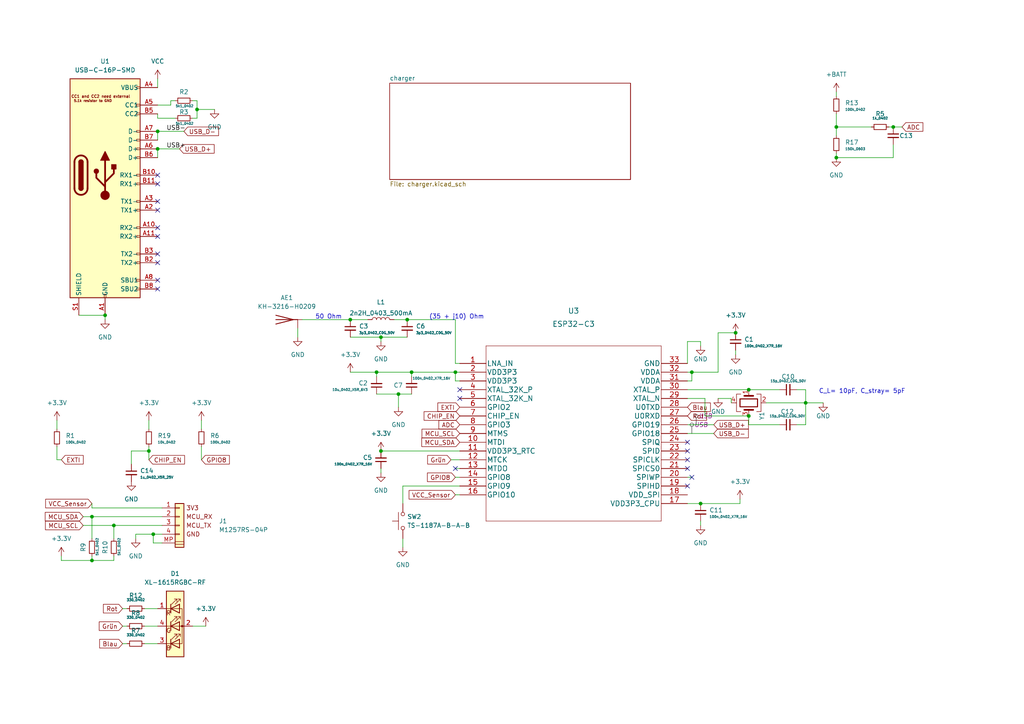
<source format=kicad_sch>
(kicad_sch (version 20231120) (generator "eeschema") (generator_version "8.0")
  (paper "A4")
  (title_block (title "USB-ESP32-C3") (date "2024-07-24") (rev "V3"))
  (lib_symbols
    (symbol "1_switch:TS-1187A-B-A-B" (pin_numbers hide) (pin_names (offset 1.016) hide)
      (property "Reference" "SW" (at 1.27 2.54 0))
      (property "Value" "TS-1187A-B-A-B" (at 0 -3.175 0))
      (symbol "TS-1187A-B-A-B_0_1"
        (pin passive line (at -5.08 0 0) (length 2.54) (name "1") (number "1"))
        (pin passive line (at 5.08 0 180) (length 2.54) (name "2") (number "2"))
      )
    )
    (symbol "DPS_connectors:USB-C-16P-SMD"
      (property "Reference" "U" (at 0 36.83 0))
      (property "Value" "USB-C-16P-SMD" (at 0 34.29 0))
      (symbol "USB-C-16P-SMD_0_0"
        (text " 5.1k resistor to GND" (at -3.81 26.67 0) (effects (font (size 0.7 0.7))))
        (text "CC1 and CC2 need external" (at -1.27 27.94 0) (effects (font (size 0.8 0.8))))
      )
      (symbol "USB-C-16P-SMD_1_1"
        (pin passive line (at 0 -35.56 90) (length 5.08) (name "GND") (number "A1"))
        (pin bidirectional line (at 15.24 -10.16 180) (length 5.08) (name "RX2-") (number "A10"))
        (pin bidirectional line (at 15.24 -12.7 180) (length 5.08) (name "RX2+") (number "A11"))
        (pin passive line (at 0 -35.56 90) (length 5.08) hide (name "GND") (number "A12"))
        (pin bidirectional line (at 15.24 -5.08 180) (length 5.08) (name "TX1+") (number "A2"))
        (pin bidirectional line (at 15.24 -2.54 180) (length 5.08) (name "TX1-") (number "A3"))
        (pin passive line (at 15.24 30.48 180) (length 5.08) (name "VBUS") (number "A4"))
        (pin bidirectional line (at 15.24 25.4 180) (length 5.08) (name "CC1") (number "A5"))
        (pin bidirectional line (at 15.24 12.7 180) (length 5.08) (name "D+") (number "A6"))
        (pin bidirectional line (at 15.24 17.78 180) (length 5.08) (name "D-") (number "A7"))
        (pin bidirectional line (at 15.24 -25.4 180) (length 5.08) (name "SBU1") (number "A8"))
        (pin passive line (at 15.24 30.48 180) (length 5.08) hide (name "VBUS") (number "A9"))
        (pin passive line (at 0 -35.56 90) (length 5.08) hide (name "GND") (number "B1"))
        (pin bidirectional line (at 15.24 5.08 180) (length 5.08) (name "RX1-") (number "B10"))
        (pin bidirectional line (at 15.24 2.54 180) (length 5.08) (name "RX1+") (number "B11"))
        (pin passive line (at 0 -35.56 90) (length 5.08) hide (name "GND") (number "B12"))
        (pin bidirectional line (at 15.24 -20.32 180) (length 5.08) (name "TX2+") (number "B2"))
        (pin bidirectional line (at 15.24 -17.78 180) (length 5.08) (name "TX2-") (number "B3"))
        (pin passive line (at 15.24 30.48 180) (length 5.08) hide (name "VBUS") (number "B4"))
        (pin bidirectional line (at 15.24 22.86 180) (length 5.08) (name "CC2") (number "B5"))
        (pin bidirectional line (at 15.24 10.16 180) (length 5.08) (name "D+") (number "B6"))
        (pin bidirectional line (at 15.24 15.24 180) (length 5.08) (name "D-") (number "B7"))
        (pin bidirectional line (at 15.24 -27.94 180) (length 5.08) (name "SBU2") (number "B8"))
        (pin passive line (at 15.24 30.48 180) (length 5.08) hide (name "VBUS") (number "B9"))
        (pin passive line (at -7.62 -35.56 90) (length 5.08) (name "SHIELD") (number "S1"))
      )
    )
    (symbol "ESP32-C3:ESP32-C3" (pin_names (offset 0.254))
      (property "Reference" "U" (at 33.02 10.16 0))
      (property "Value" "ESP32-C3" (at 33.02 7.62 0))
      (property "Footprint" "ESP32-C3:ESP32-C3" (at 33.02 6.096 0))
      (symbol "ESP32-C3_1_1"
        (pin bidirectional line (at 0 0 0) (length 7.62) (name "LNA_IN") (number "1"))
        (pin bidirectional line (at 0 -22.86 0) (length 7.62) (name "MTDI") (number "10"))
        (pin power_in line (at 0 -25.4 0) (length 7.62) (name "VDD3P3_RTC") (number "11"))
        (pin bidirectional line (at 0 -27.94 0) (length 7.62) (name "MTCK") (number "12"))
        (pin bidirectional line (at 0 -30.48 0) (length 7.62) (name "MTDO") (number "13"))
        (pin bidirectional line (at 0 -33.02 0) (length 7.62) (name "GPIO8") (number "14"))
        (pin bidirectional line (at 0 -35.56 0) (length 7.62) (name "GPIO9") (number "15"))
        (pin bidirectional line (at 0 -38.1 0) (length 7.62) (name "GPIO10") (number "16"))
        (pin power_in line (at 66.04 -40.64 180) (length 7.62) (name "VDD3P3_CPU") (number "17"))
        (pin power_in line (at 66.04 -38.1 180) (length 7.62) (name "VDD_SPI") (number "18"))
        (pin bidirectional line (at 66.04 -35.56 180) (length 7.62) (name "SPIHD") (number "19"))
        (pin power_in line (at 0 -2.54 0) (length 7.62) (name "VDD3P3") (number "2"))
        (pin bidirectional line (at 66.04 -33.02 180) (length 7.62) (name "SPIWP") (number "20"))
        (pin bidirectional line (at 66.04 -30.48 180) (length 7.62) (name "SPICS0") (number "21"))
        (pin bidirectional line (at 66.04 -27.94 180) (length 7.62) (name "SPICLK") (number "22"))
        (pin bidirectional line (at 66.04 -25.4 180) (length 7.62) (name "SPID") (number "23"))
        (pin bidirectional line (at 66.04 -22.86 180) (length 7.62) (name "SPIQ") (number "24"))
        (pin bidirectional line (at 66.04 -20.32 180) (length 7.62) (name "GPIO18") (number "25"))
        (pin bidirectional line (at 66.04 -17.78 180) (length 7.62) (name "GPIO19") (number "26"))
        (pin bidirectional line (at 66.04 -15.24 180) (length 7.62) (name "U0RXD") (number "27"))
        (pin bidirectional line (at 66.04 -12.7 180) (length 7.62) (name "U0TXD") (number "28"))
        (pin output line (at 66.04 -10.16 180) (length 7.62) (name "XTAL_N") (number "29"))
        (pin power_in line (at 0 -5.08 0) (length 7.62) (name "VDD3P3") (number "3"))
        (pin input line (at 66.04 -7.62 180) (length 7.62) (name "XTAL_P") (number "30"))
        (pin power_in line (at 66.04 -5.08 180) (length 7.62) (name "VDDA") (number "31"))
        (pin power_in line (at 66.04 -2.54 180) (length 7.62) (name "VDDA") (number "32"))
        (pin power_in line (at 66.04 0 180) (length 7.62) (name "GND") (number "33"))
        (pin bidirectional line (at 0 -7.62 0) (length 7.62) (name "XTAL_32K_P") (number "4"))
        (pin bidirectional line (at 0 -10.16 0) (length 7.62) (name "XTAL_32K_N") (number "5"))
        (pin bidirectional line (at 0 -12.7 0) (length 7.62) (name "GPIO2") (number "6"))
        (pin input line (at 0 -15.24 0) (length 7.62) (name "CHIP_EN") (number "7"))
        (pin bidirectional line (at 0 -17.78 0) (length 7.62) (name "GPIO3") (number "8"))
        (pin bidirectional line (at 0 -20.32 0) (length 7.62) (name "MTMS") (number "9"))
      )
    )
    (symbol "ESP32-C3_Bib:2n2H_0403_500mA" (pin_numbers hide) (pin_names (offset 1.016) hide)
      (property "Reference" "L" (at -1.27 0 90))
      (property "Value" "2n2H_0403_500mA" (at 1.905 0 90))
      (symbol "2n2H_0403_500mA_1_1"
        (pin passive line (at 0 3.81 270) (length 1.27) (name "1") (number "1"))
        (pin passive line (at 0 -3.81 90) (length 1.27) (name "2") (number "2"))
      )
    )
    (symbol "ESP32-C3_Bib:3p3_0402_C0G_50V" (pin_numbers hide) (pin_names (offset 0.254) hide)
      (property "Reference" "C" (at 0.254 1.778 0))
      (property "Value" "3p3_0402_C0G_50V" (at 0.254 -2.032 0))
      (symbol "3p3_0402_C0G_50V_1_1"
        (pin passive line (at 0 2.54 270) (length 2.032) (name "~") (number "1"))
        (pin passive line (at 0 -2.54 90) (length 2.032) (name "~") (number "2"))
      )
    )
    (symbol "ESP32-C3_Bib:40MHz_S3240000151040" (pin_names (offset 1.016) hide)
      (property "Reference" "Y" (at 3.175 5.08 0))
      (property "Value" "40MHz_S3240000151040" (at 3.175 3.175 0))
      (symbol "40MHz_S3240000151040_1_1"
        (pin bidirectional line (at -3.81 0 0) (length 1.27) (name "OSC1") (number "1"))
        (pin power_in line (at 0 5.08 270) (length 1.27) (name "GND") (number "2"))
        (pin bidirectional line (at 3.81 0 180) (length 1.27) (name "OSC2") (number "3"))
        (pin power_in line (at 0 -5.08 90) (length 1.27) (name "GND") (number "4"))
      )
    )
    (symbol "ESP32-C3_Bib:KH-3216-H0209" (pin_numbers hide) (pin_names (offset 1.016) hide)
      (property "Reference" "AE" (at -1.905 1.905 0))
      (property "Value" "KH-3216-H0209" (at -1.905 0 0))
      (symbol "KH-3216-H0209_0_0"
        (pin power_in line (at 2.54 -3.81 180) (length 2.54) (name "GND") (number "2"))
      )
      (symbol "KH-3216-H0209_1_1"
        (pin input line (at 0 -5.08 90) (length 2.54) (name "A") (number "1"))
      )
    )
    (symbol "Lil-Lib:15p_0402_C0G_50V" (pin_numbers hide) (pin_names (offset 0.254) hide)
      (property "Reference" "C" (at 0.254 1.778 0))
      (property "Value" "15p_0402_C0G_50V" (at 0.254 -2.032 0))
      (symbol "15p_0402_C0G_50V_1_1"
        (pin passive line (at 0 2.54 270) (length 2.032) (name "~") (number "1"))
        (pin passive line (at 0 -2.54 90) (length 2.032) (name "~") (number "2"))
      )
    )
    (symbol "Lil-Lib:DPS_UART_DEST_GH_FLAT" (pin_names (offset 1.016) hide)
      (property "Reference" "J" (at 0 5.08 0))
      (property "Value" "PH1257-WT-04" (at 0 -7.62 0))
      (symbol "DPS_UART_DEST_GH_FLAT_0_0"
        (text "3V3" (at 1.905 2.54 0) (effects (font (size 1.27 1.27)) (justify left)))
        (text "GND" (at 1.905 -5.08 0) (effects (font (size 1.27 1.27)) (justify left)))
        (text "MCU_RX" (at 1.905 0 0) (effects (font (size 1.27 1.27)) (justify left)))
        (text "MCU_TX" (at 1.905 -2.54 0) (effects (font (size 1.27 1.27)) (justify left)))
      )
      (symbol "DPS_UART_DEST_GH_FLAT_1_1"
        (pin passive line (at -5.08 2.54 0) (length 3.81) (name "Pin_1") (number "1"))
        (pin passive line (at -5.08 0 0) (length 3.81) (name "Pin_2") (number "2"))
        (pin passive line (at -5.08 -2.54 0) (length 3.81) (name "Pin_3") (number "3"))
        (pin passive line (at -5.08 -5.08 0) (length 3.81) (name "Pin_4") (number "4"))
        (pin passive line (at -5.08 -7.62 0) (length 3.81) (name "MP") (number "MP"))
      )
    )
    (symbol "capacitor_smd_standard:100n_0402_X7R_16V" (pin_numbers hide) (pin_names (offset 0.254) hide)
      (property "Reference" "C" (at 0.254 1.778 0))
      (property "Value" "100n_0402_X7R_16V" (at 0.254 -2.032 0))
      (symbol "100n_0402_X7R_16V_1_1"
        (pin passive line (at 0 2.54 270) (length 2.032) (name "~") (number "1"))
        (pin passive line (at 0 -2.54 90) (length 2.032) (name "~") (number "2"))
      )
    )
    (symbol "capacitor_smd_standard:10u_0402_X5R_6V3" (pin_numbers hide) (pin_names (offset 0.254) hide)
      (property "Reference" "C" (at 0.254 1.778 0))
      (property "Value" "10u_0402_X5R_6V3" (at 0.254 -2.032 0))
      (symbol "10u_0402_X5R_6V3_1_1"
        (pin passive line (at 0 2.54 270) (length 2.032) (name "~") (number "1"))
        (pin passive line (at 0 -2.54 90) (length 2.032) (name "~") (number "2"))
      )
    )
    (symbol "capacitor_smd_standard:1u_0402_X5R_25V" (pin_numbers hide) (pin_names (offset 0.254) hide)
      (property "Reference" "C" (at 0.254 1.778 0))
      (property "Value" "1u_0402_X5R_25V" (at 0.254 -2.032 0))
      (symbol "1u_0402_X5R_25V_1_1"
        (pin passive line (at 0 2.54 270) (length 2.032) (name "~") (number "1"))
        (pin passive line (at 0 -2.54 90) (length 2.032) (name "~") (number "2"))
      )
    )
    (symbol "led:XL-1615RGBC-RF" (pin_names (offset 0) hide)
      (property "Reference" "D" (at 0 12.7 0))
      (property "Value" "XL-1615RGBC-RF" (at 1.27 -11.43 0))
      (symbol "XL-1615RGBC-RF_0_0"
        (text "B" (at -1.905 -6.35 0) (effects (font (size 1.27 1.27))))
        (text "G" (at -1.905 -1.27 0) (effects (font (size 1.27 1.27))))
        (text "R" (at -1.905 3.81 0) (effects (font (size 1.27 1.27))))
      )
      (symbol "XL-1615RGBC-RF_1_1"
        (pin passive line (at -5.08 5.08 0) (length 2.54) (name "RK") (number "1"))
        (pin passive line (at 5.08 0 180) (length 2.54) (name "A") (number "2"))
        (pin passive line (at -5.08 -5.08 0) (length 2.54) (name "BK") (number "3"))
        (pin passive line (at -5.08 0 0) (length 2.54) (name "GK") (number "4"))
      )
    )
    (symbol "power:+3.3V" (power) (pin_names (offset 0))
      (property "Value" "+3.3V" (at 0 3.556 0))
      (symbol "+3.3V_1_1"
        (pin power_in line (at 0 0 90) (length 0) hide (name "+3.3V") (number "1"))
      )
    )
    (symbol "power:+BATT" (power) (pin_names (offset 0))
      (property "Value" "+BATT" (at 0 3.556 0))
      (symbol "+BATT_1_1"
        (pin power_in line (at 0 0 90) (length 0) hide (name "+BATT") (number "1"))
      )
    )
    (symbol "power:GND" (power) (pin_names (offset 0))
      (property "Value" "GND" (at 0 -3.81 0))
      (symbol "GND_1_1"
        (pin power_in line (at 0 0 270) (length 0) hide (name "GND") (number "1"))
      )
    )
    (symbol "power:VCC" (power) (pin_names (offset 0))
      (property "Value" "VCC" (at 0 3.81 0))
      (symbol "VCC_1_1"
        (pin power_in line (at 0 0 90) (length 0) hide (name "VCC") (number "1"))
      )
    )
    (symbol "resistor_smd_standard:100k_0402" (pin_numbers hide) (pin_names (offset 0.254) hide)
      (property "Reference" "R" (at 1.27 1.27 0))
      (property "Value" "100k_0402" (at 1.27 0 0))
      (symbol "100k_0402_1_1"
        (pin passive line (at 0 2.54 270) (length 0.762) (name "~") (number "1"))
        (pin passive line (at 0 -2.54 90) (length 0.762) (name "~") (number "2"))
      )
    )
    (symbol "resistor_smd_standard:10k_0402" (pin_numbers hide) (pin_names (offset 0.254) hide)
      (property "Reference" "R" (at 1.27 1.27 0))
      (property "Value" "10k_0402" (at 1.27 0 0))
      (symbol "10k_0402_1_1"
        (pin passive line (at 0 2.54 270) (length 0.762) (name "~") (number "1"))
        (pin passive line (at 0 -2.54 90) (length 0.762) (name "~") (number "2"))
      )
    )
    (symbol "resistor_smd_standard:150k_0603" (pin_numbers hide) (pin_names (offset 0.254) hide)
      (property "Reference" "R" (at 1.27 1.27 0))
      (property "Value" "150k_0603" (at 1.27 0 0))
      (symbol "150k_0603_1_1"
        (pin passive line (at 0 2.54 270) (length 0.762) (name "~") (number "1"))
        (pin passive line (at 0 -2.54 90) (length 0.762) (name "~") (number "2"))
      )
    )
    (symbol "resistor_smd_standard:1k_0402" (pin_numbers hide) (pin_names (offset 0.254) hide)
      (property "Reference" "R" (at 1.27 1.27 0))
      (property "Value" "1k_0402" (at 1.27 0 0))
      (symbol "1k_0402_1_1"
        (pin passive line (at 0 2.54 270) (length 0.762) (name "~") (number "1"))
        (pin passive line (at 0 -2.54 90) (length 0.762) (name "~") (number "2"))
      )
    )
    (symbol "resistor_smd_standard:330_0402" (pin_numbers hide) (pin_names (offset 0.254) hide)
      (property "Reference" "R" (at 1.27 1.27 0))
      (property "Value" "330_0402" (at 1.27 0 0))
      (symbol "330_0402_1_1"
        (pin passive line (at 0 2.54 270) (length 0.762) (name "~") (number "1"))
        (pin passive line (at 0 -2.54 90) (length 0.762) (name "~") (number "2"))
      )
    )
    (symbol "resistor_smd_standard:5k1_0402" (pin_numbers hide) (pin_names (offset 0.254) hide)
      (property "Reference" "R" (at 1.27 1.27 0))
      (property "Value" "5k1_0402" (at 1.27 0 0))
      (symbol "5k1_0402_1_1"
        (pin passive line (at 0 2.54 270) (length 0.762) (name "~") (number "1"))
        (pin passive line (at 0 -2.54 90) (length 0.762) (name "~") (number "2"))
      )
    )
  )
  (junction (at 217.17 120.65))
  (junction (at 217.17 113.03))
  (junction (at 44.45 154.94))
  (junction (at 118.11 92.71))
  (junction (at 30.48 91.44))
  (junction (at 43.18 130.81))
  (junction (at 45.72 43.18))
  (junction (at 110.49 97.79))
  (junction (at 242.57 36.83))
  (junction (at 33.02 152.4))
  (junction (at 132.08 107.95))
  (junction (at 57.15 31.75))
  (junction (at 213.36 96.52))
  (junction (at 200.66 107.95))
  (junction (at 26.67 149.86))
  (junction (at 109.22 107.95))
  (junction (at 101.6 92.71))
  (junction (at 259.08 36.83))
  (junction (at 110.49 130.81))
  (junction (at 203.2 146.05))
  (junction (at 119.38 107.95))
  (junction (at 233.68 116.84))
  (junction (at 115.57 114.3))
  (junction (at 242.57 45.72))
  (junction (at 26.67 162.56))
  (junction (at 45.72 38.1))
  (no_connect (at 199.39 128.27))
  (no_connect (at 199.39 140.97))
  (no_connect (at 200.66 138.43))
  (no_connect (at 133.35 115.57))
  (no_connect (at 133.35 113.03))
  (no_connect (at 199.39 133.35))
  (no_connect (at 132.08 135.89))
  (no_connect (at 199.39 130.81))
  (no_connect (at 199.39 135.89))
  (no_connect (at 45.72 66.04))
  (no_connect (at 45.72 68.58))
  (no_connect (at 45.72 73.66))
  (no_connect (at 45.72 76.2))
  (no_connect (at 45.72 58.42))
  (no_connect (at 45.72 60.96))
  (no_connect (at 45.72 81.28))
  (no_connect (at 45.72 83.82))
  (no_connect (at 45.72 53.34))
  (no_connect (at 45.72 50.8))
  (wire (pts (xy 199.39 107.95) (xy 200.66 107.95)))
  (wire (pts (xy 212.09 116.84) (xy 212.09 115.57)))
  (wire (pts (xy 58.42 121.92) (xy 58.42 124.46)))
  (wire (pts (xy 207.01 125.73) (xy 199.39 125.73)))
  (wire (pts (xy 242.57 36.83) (xy 252.73 36.83)))
  (wire (pts (xy 259.08 41.91) (xy 259.08 45.72)))
  (wire (pts (xy 22.86 91.44) (xy 30.48 91.44)))
  (wire (pts (xy 33.02 152.4) (xy 46.99 152.4)))
  (wire (pts (xy 57.15 29.21) (xy 57.15 31.75)))
  (wire (pts (xy 132.08 143.51) (xy 133.35 143.51)))
  (wire (pts (xy 41.91 181.61) (xy 45.72 181.61)))
  (wire (pts (xy 17.78 162.56) (xy 26.67 162.56)))
  (wire (pts (xy 231.14 113.03) (xy 233.68 113.03)))
  (wire (pts (xy 115.57 114.3) (xy 119.38 114.3)))
  (wire (pts (xy 132.08 110.49) (xy 133.35 110.49)))
  (wire (pts (xy 58.42 129.54) (xy 58.42 133.35)))
  (wire (pts (xy 204.47 120.65) (xy 217.17 120.65)))
  (wire (pts (xy 16.51 133.35) (xy 16.51 129.54)))
  (wire (pts (xy 242.57 45.72) (xy 259.08 45.72)))
  (wire (pts (xy 17.78 161.29) (xy 17.78 162.56)))
  (wire (pts (xy 116.84 156.21) (xy 116.84 158.75)))
  (wire (pts (xy 132.08 92.71) (xy 132.08 105.41)))
  (wire (pts (xy 101.6 97.79) (xy 110.49 97.79)))
  (wire (pts (xy 86.36 95.25) (xy 86.36 97.79)))
  (wire (pts (xy 204.47 120.65) (xy 204.47 115.57)))
  (wire (pts (xy 26.67 149.86) (xy 26.67 156.21)))
  (wire (pts (xy 110.49 97.79) (xy 118.11 97.79)))
  (wire (pts (xy 33.02 152.4) (xy 33.02 156.21)))
  (wire (pts (xy 43.18 121.92) (xy 43.18 124.46)))
  (wire (pts (xy 132.08 135.89) (xy 133.35 135.89)))
  (wire (pts (xy 57.15 31.75) (xy 62.23 31.75)))
  (wire (pts (xy 132.08 138.43) (xy 133.35 138.43)))
  (wire (pts (xy 208.28 96.52) (xy 213.36 96.52)))
  (wire (pts (xy 132.08 107.95) (xy 119.38 107.95)))
  (wire (pts (xy 24.13 152.4) (xy 33.02 152.4)))
  (wire (pts (xy 101.6 92.71) (xy 106.68 92.71)))
  (wire (pts (xy 26.67 146.05) (xy 26.67 147.32)))
  (wire (pts (xy 199.39 113.03) (xy 217.17 113.03)))
  (wire (pts (xy 57.15 31.75) (xy 57.15 34.29)))
  (wire (pts (xy 43.18 129.54) (xy 43.18 130.81)))
  (wire (pts (xy 114.3 92.71) (xy 118.11 92.71)))
  (wire (pts (xy 35.56 176.53) (xy 36.83 176.53)))
  (wire (pts (xy 110.49 130.81) (xy 133.35 130.81)))
  (wire (pts (xy 101.6 107.95) (xy 109.22 107.95)))
  (wire (pts (xy 199.39 105.41) (xy 199.39 99.06)))
  (wire (pts (xy 50.8 34.29) (xy 45.72 34.29)))
  (wire (pts (xy 204.47 115.57) (xy 199.39 115.57)))
  (wire (pts (xy 199.39 99.06) (xy 203.2 99.06)))
  (wire (pts (xy 213.36 101.6) (xy 213.36 102.87)))
  (wire (pts (xy 199.39 110.49) (xy 200.66 110.49)))
  (wire (pts (xy 45.72 34.29) (xy 45.72 33.02)))
  (wire (pts (xy 207.01 123.19) (xy 199.39 123.19)))
  (wire (pts (xy 45.72 25.4) (xy 45.72 22.86)))
  (wire (pts (xy 43.18 130.81) (xy 43.18 133.35)))
  (wire (pts (xy 231.14 123.19) (xy 233.68 123.19)))
  (wire (pts (xy 38.1 134.62) (xy 38.1 130.81)))
  (wire (pts (xy 45.72 43.18) (xy 45.72 45.72)))
  (wire (pts (xy 35.56 186.69) (xy 36.83 186.69)))
  (wire (pts (xy 44.45 154.94) (xy 46.99 154.94)))
  (wire (pts (xy 212.09 115.57) (xy 208.28 115.57)))
  (wire (pts (xy 217.17 120.65) (xy 217.17 123.19)))
  (wire (pts (xy 16.51 121.92) (xy 16.51 124.46)))
  (wire (pts (xy 233.68 113.03) (xy 233.68 116.84)))
  (wire (pts (xy 217.17 113.03) (xy 226.06 113.03)))
  (wire (pts (xy 87.63 92.71) (xy 101.6 92.71)))
  (wire (pts (xy 46.99 157.48) (xy 44.45 157.48)))
  (wire (pts (xy 214.63 146.05) (xy 203.2 146.05)))
  (wire (pts (xy 203.2 99.06) (xy 203.2 100.33)))
  (wire (pts (xy 110.49 97.79) (xy 110.49 99.06)))
  (wire (pts (xy 242.57 26.67) (xy 242.57 27.94)))
  (wire (pts (xy 39.37 154.94) (xy 44.45 154.94)))
  (wire (pts (xy 133.35 107.95) (xy 132.08 107.95)))
  (wire (pts (xy 109.22 107.95) (xy 109.22 109.22)))
  (wire (pts (xy 116.84 140.97) (xy 116.84 146.05)))
  (wire (pts (xy 55.88 34.29) (xy 57.15 34.29)))
  (wire (pts (xy 109.22 114.3) (xy 115.57 114.3)))
  (wire (pts (xy 109.22 107.95) (xy 119.38 107.95)))
  (wire (pts (xy 45.72 38.1) (xy 53.34 38.1)))
  (wire (pts (xy 24.13 149.86) (xy 26.67 149.86)))
  (wire (pts (xy 110.49 135.89) (xy 110.49 137.16)))
  (wire (pts (xy 26.67 147.32) (xy 46.99 147.32)))
  (wire (pts (xy 38.1 130.81) (xy 43.18 130.81)))
  (wire (pts (xy 39.37 154.94) (xy 39.37 156.21)))
  (wire (pts (xy 26.67 149.86) (xy 46.99 149.86)))
  (wire (pts (xy 119.38 109.22) (xy 119.38 107.95)))
  (wire (pts (xy 233.68 123.19) (xy 233.68 116.84)))
  (wire (pts (xy 242.57 33.02) (xy 242.57 36.83)))
  (wire (pts (xy 203.2 151.13) (xy 203.2 152.4)))
  (wire (pts (xy 115.57 114.3) (xy 115.57 118.11)))
  (wire (pts (xy 118.11 92.71) (xy 132.08 92.71)))
  (wire (pts (xy 242.57 44.45) (xy 242.57 45.72)))
  (wire (pts (xy 33.02 161.29) (xy 33.02 162.56)))
  (wire (pts (xy 41.91 186.69) (xy 45.72 186.69)))
  (wire (pts (xy 33.02 162.56) (xy 26.67 162.56)))
  (wire (pts (xy 49.53 29.21) (xy 50.8 29.21)))
  (wire (pts (xy 132.08 107.95) (xy 132.08 110.49)))
  (wire (pts (xy 214.63 146.05) (xy 214.63 144.78)))
  (wire (pts (xy 233.68 116.84) (xy 238.76 116.84)))
  (wire (pts (xy 259.08 36.83) (xy 261.62 36.83)))
  (wire (pts (xy 45.72 38.1) (xy 45.72 40.64)))
  (wire (pts (xy 44.45 157.48) (xy 44.45 154.94)))
  (wire (pts (xy 55.88 181.61) (xy 59.69 181.61)))
  (wire (pts (xy 55.88 29.21) (xy 57.15 29.21)))
  (wire (pts (xy 257.81 36.83) (xy 259.08 36.83)))
  (wire (pts (xy 45.72 43.18) (xy 52.07 43.18)))
  (wire (pts (xy 16.51 133.35) (xy 17.78 133.35)))
  (wire (pts (xy 130.81 133.35) (xy 133.35 133.35)))
  (wire (pts (xy 45.72 30.48) (xy 49.53 30.48)))
  (wire (pts (xy 49.53 30.48) (xy 49.53 29.21)))
  (wire (pts (xy 200.66 110.49) (xy 200.66 107.95)))
  (wire (pts (xy 116.84 140.97) (xy 133.35 140.97)))
  (wire (pts (xy 132.08 105.41) (xy 133.35 105.41)))
  (wire (pts (xy 35.56 181.61) (xy 36.83 181.61)))
  (wire (pts (xy 41.91 176.53) (xy 45.72 176.53)))
  (wire (pts (xy 26.67 161.29) (xy 26.67 162.56)))
  (wire (pts (xy 222.25 116.84) (xy 233.68 116.84)))
  (wire (pts (xy 200.66 138.43) (xy 199.39 138.43)))
  (wire (pts (xy 208.28 107.95) (xy 208.28 96.52)))
  (wire (pts (xy 242.57 36.83) (xy 242.57 39.37)))
  (wire (pts (xy 200.66 107.95) (xy 208.28 107.95)))
  (wire (pts (xy 30.48 91.44) (xy 30.48 92.71)))
  (wire (pts (xy 199.39 146.05) (xy 203.2 146.05)))
  (wire (pts (xy 217.17 123.19) (xy 226.06 123.19)))
  (text "50 Ohm\n" (at 91.44 92.71 0) (effects (font (size 1.27 1.27)) (justify left bottom)))
  (text "(35 + j10) Ohm" (at 124.46 92.71 0) (effects (font (size 1.27 1.27)) (justify left bottom)))
  (text "C_L= 10pF, C_stray= 5pF" (at 237.49 114.3 0) (effects (font (size 1.27 1.27)) (justify left bottom)))
  (label "USB-" (at 48.26 38.1 0))
  (label "USB+" (at 48.26 43.18 0))
  (global_label "Grün" (shape input) (at 35.56 181.61 180) (property "Intersheetrefs" "${INTERSHEET_REFS}" (effects (hide yes))))
  (global_label "MCU_SCL" (shape input) (at 24.13 152.4 180) (property "Intersheetrefs" "${INTERSHEET_REFS}" (effects (hide yes))))
  (global_label "GPIO8" (shape input) (at 132.08 138.43 180) (property "Intersheetrefs" "${INTERSHEET_REFS}" (effects (hide yes))))
  (global_label "VCC_Sensor" (shape input) (at 132.08 143.51 180) (property "Intersheetrefs" "${INTERSHEET_REFS}" (effects (hide yes))))
  (global_label "MCU_SCL" (shape input) (at 133.35 125.73 180) (property "Intersheetrefs" "${INTERSHEET_REFS}" (effects (hide yes))))
  (global_label "Rot" (shape input) (at 199.39 120.65 0) (property "Intersheetrefs" "${INTERSHEET_REFS}" (effects (hide yes))))
  (global_label "Rot" (shape input) (at 35.56 176.53 180) (property "Intersheetrefs" "${INTERSHEET_REFS}" (effects (hide yes))))
  (global_label "USB_D-" (shape input) (at 53.34 38.1 0) (property "Intersheetrefs" "${INTERSHEET_REFS}" (effects (hide yes))))
  (global_label "USB_D-" (shape input) (at 207.01 125.73 0) (property "Intersheetrefs" "${INTERSHEET_REFS}" (effects (hide yes))))
  (global_label "GPIO8" (shape input) (at 58.42 133.35 0) (property "Intersheetrefs" "${INTERSHEET_REFS}" (effects (hide yes))))
  (global_label "EXTI" (shape input) (at 17.78 133.35 0) (property "Intersheetrefs" "${INTERSHEET_REFS}" (effects (hide yes))))
  (global_label "EXTI" (shape input) (at 133.35 118.11 180) (property "Intersheetrefs" "${INTERSHEET_REFS}" (effects (hide yes))))
  (global_label "Grün" (shape input) (at 130.81 133.35 180) (property "Intersheetrefs" "${INTERSHEET_REFS}" (effects (hide yes))))
  (global_label "USB_D+" (shape input) (at 52.07 43.18 0) (property "Intersheetrefs" "${INTERSHEET_REFS}" (effects (hide yes))))
  (global_label "VCC_Sensor" (shape input) (at 26.67 146.05 180) (property "Intersheetrefs" "${INTERSHEET_REFS}" (effects (hide yes))))
  (global_label "ADC" (shape input) (at 133.35 123.19 180) (property "Intersheetrefs" "${INTERSHEET_REFS}" (effects (hide yes))))
  (global_label "MCU_SDA" (shape input) (at 133.35 128.27 180) (property "Intersheetrefs" "${INTERSHEET_REFS}" (effects (hide yes))))
  (global_label "USB_D+" (shape input) (at 207.01 123.19 0) (property "Intersheetrefs" "${INTERSHEET_REFS}" (effects (hide yes))))
  (global_label "Blau" (shape input) (at 35.56 186.69 180) (property "Intersheetrefs" "${INTERSHEET_REFS}" (effects (hide yes))))
  (global_label "MCU_SDA" (shape input) (at 24.13 149.86 180) (property "Intersheetrefs" "${INTERSHEET_REFS}" (effects (hide yes))))
  (global_label "ADC" (shape input) (at 261.62 36.83 0) (property "Intersheetrefs" "${INTERSHEET_REFS}" (effects (hide yes))))
  (global_label "CHIP_EN" (shape input) (at 133.35 120.65 180) (property "Intersheetrefs" "${INTERSHEET_REFS}" (effects (hide yes))))
  (global_label "CHIP_EN" (shape input) (at 43.18 133.35 0) (property "Intersheetrefs" "${INTERSHEET_REFS}" (effects (hide yes))))
  (global_label "Blau" (shape input) (at 199.39 118.11 0) (property "Intersheetrefs" "${INTERSHEET_REFS}" (effects (hide yes))))
  (netclass_flag "" (length 2.54) (shape round) (at 201.93 123.19 0) (property "Netclass" "USB" (at 202.6285 120.65 0) (effects (font (italic yes)) (justify left))))
  (netclass_flag "" (length 2.54) (shape round) (at 200.66 125.73 0) (property "Netclass" "USB" (at 201.3585 123.19 0) (effects (font (italic yes)) (justify left))))
  (symbol (lib_id "power:GND") (at 110.49 137.16 0) (unit 1)
    (property "Reference" "#PWR09" (effects (hide yes)))
    (property "Value" "GND" (at 110.49 142.24 0))
  )
  (symbol (lib_id "power:+3.3V") (at 213.36 96.52 0) (unit 1)
    (property "Reference" "#PWR033" (effects (hide yes)))
    (property "Value" "+3.3V" (at 213.36 91.44 0))
  )
  (symbol (lib_id "power:GND") (at 242.57 45.72 0) (unit 1)
    (property "Reference" "#PWR010" (effects (hide yes)))
    (property "Value" "GND" (at 242.57 50.8 0))
  )
  (symbol (lib_id "resistor_smd_standard:5k1_0402") (at 26.67 158.75 180) (unit 1)
    (property "Reference" "R9" (at 24.13 158.75 90))
    (property "Value" "5k1_0402" (at 28.194 155.956 90) (effects (font (size 0.7 0.7)) (justify left)))
    (property "Footprint" "Resistor_SMD:R_0402_1005Metric" (effects (hide yes)))
    (property "Datasheet" "https://datasheet.lcsc.com/lcsc/2110260030_UNI-ROYAL-Uniroyal-Elec-0402WGF5101TCE_C25905.pdf" (effects (hide yes)))
    (property "Description" "±1% 1/16W Thick Film Resistors 50V ±100ppm/℃ -55℃~+155℃ 5.1kΩ 0402 Chip Resistor - Surface Mount ROHS" (effects (hide yes)))
    (property "LCSC" "C25905" (effects (hide yes)))
    (property "Tollerance" "1%" (effects (hide yes)))
    (property "Voltage" "50V" (effects (hide yes)))
  )
  (symbol (lib_id "capacitor_smd_standard:10u_0402_X5R_6V3") (at 109.22 111.76 0) (mirror x) (unit 1)
    (property "Reference" "C2" (at 106.68 111.1186 0) (effects (justify right)))
    (property "Value" "10u_0402_X5R_6V3" (at 106.68 113.0236 0) (effects (font (size 0.7 0.7)) (justify right)))
    (property "Footprint" "Capacitor_SMD:C_0402_1005Metric" (effects (hide yes)))
    (property "Datasheet" "https://datasheet.lcsc.com/lcsc/1810191215_Samsung-Electro-Mechanics-CL05A106MQ5NUNC_C15525.pdf" (effects (hide yes)))
    (property "LCSC" "C15525" (effects (hide yes)))
    (property "Price1000" "0.0027" (effects (hide yes)))
  )
  (symbol (lib_id "resistor_smd_standard:1k_0402") (at 255.27 36.83 90) (unit 1)
    (property "Reference" "R5" (at 255.27 33.02 90))
    (property "Value" "1k_0402" (at 255.27 34.29 90) (effects (font (size 0.7 0.7))))
    (property "Footprint" "Resistor_SMD:R_0402_1005Metric" (effects (hide yes)))
    (property "Datasheet" "https://datasheet.lcsc.com/lcsc/2206010216_UNI-ROYAL-Uniroyal-Elec-0402WGF1001TCE_C11702.pdf" (effects (hide yes)))
    (property "Description" "62.5mW Thick Film Resistors 50V ±100ppm/℃ ±1% -55℃~+155℃ 1kΩ 0402  Chip Resistor - Surface Mount ROHS" (effects (hide yes)))
    (property "LCSC" "C11702" (effects (hide yes)))
    (property "Tollerance" "1%" (effects (hide yes)))
    (property "Voltage" "50V" (effects (hide yes)))
    (property "Price1000" "0.0003" (effects (hide yes)))
  )
  (symbol (lib_id "resistor_smd_standard:150k_0603") (at 242.57 41.91 0) (unit 1)
    (property "Reference" "R17" (at 245.11 41.2749 0) (effects (justify left)))
    (property "Value" "150k_0603" (at 245.11 43.18 0) (effects (font (size 0.7 0.7)) (justify left)))
    (property "Footprint" "Resistor_SMD:R_0603_1608Metric" (effects (hide yes)))
    (property "Datasheet" "https://datasheet.lcsc.com/lcsc/2206010130_UNI-ROYAL-Uniroyal-Elec-0603WAF1503T5E_C22807.pdf" (effects (hide yes)))
    (property "Description" "100mW Thick Film Resistors 75V ±100ppm/℃ ±1% -55℃~+155℃ 150kΩ 0603  Chip Resistor - Surface Mount ROHS" (effects (hide yes)))
    (property "LCSC" "C22807" (effects (hide yes)))
    (property "Price1000" "0.0008" (effects (hide yes)))
    (property "QtyReel" "5000" (effects (hide yes)))
  )
  (symbol (lib_id "power:+3.3V") (at 59.69 181.61 0) (unit 1)
    (property "Reference" "#PWR011" (effects (hide yes)))
    (property "Value" "+3.3V" (at 59.69 176.53 0))
  )
  (symbol (lib_id "power:GND") (at 116.84 158.75 0) (unit 1)
    (property "Reference" "#PWR012" (effects (hide yes)))
    (property "Value" "GND" (at 116.84 163.83 0))
  )
  (symbol (lib_id "resistor_smd_standard:330_0402") (at 39.37 176.53 90) (unit 1)
    (property "Reference" "R12" (at 39.37 172.72 90))
    (property "Value" "330_0402" (at 39.37 173.99 90) (effects (font (size 0.7 0.7))))
    (property "Footprint" "Resistor_SMD:R_0402_1005Metric" (effects (hide yes)))
    (property "Datasheet" "https://datasheet.lcsc.com/lcsc/2110260030_UNI-ROYAL-Uniroyal-Elec-0402WGF5101TCE_C25905.pdf" (effects (hide yes)))
    (property "Description" "±1% 1/16W Thick Film Resistors 50V ±100ppm/℃ -55℃~+155℃ 330Ω 0402 Chip Resistor - Surface Mount ROHS" (effects (hide yes)))
    (property "LCSC" "C25104" (effects (hide yes)))
    (property "Tollerance" "1%" (effects (hide yes)))
    (property "Voltage" "50V" (effects (hide yes)))
  )
  (symbol (lib_id "power:+3.3V") (at 101.6 107.95 0) (unit 1)
    (property "Reference" "#PWR017" (effects (hide yes)))
    (property "Value" "+3.3V" (at 101.6 102.87 0))
  )
  (symbol (lib_id "power:GND") (at 213.36 102.87 0) (unit 1)
    (property "Reference" "#PWR024" (effects (hide yes)))
    (property "Value" "GND" (at 213.36 107.95 0))
  )
  (symbol (lib_id "ESP32-C3_Bib:2n2H_0403_500mA") (at 110.49 92.71 90) (unit 1)
    (property "Reference" "L1" (at 110.49 87.63 90))
    (property "Value" "2n2H_0403_500mA" (at 110.49 90.805 90))
    (property "Footprint" "Resistor_SMD:R_0402_1005Metric" (effects (hide yes)))
    (property "Datasheet" "https://datasheet.lcsc.com/lcsc/1809051312_TDK-MLK1005S2N2ST000_C76790.pdf" (effects (hide yes)))
    (property "LCSC" "C76790" (effects (hide yes)))
  )
  (symbol (lib_id "power:GND") (at 203.2 152.4 0) (unit 1)
    (property "Reference" "#PWR022" (effects (hide yes)))
    (property "Value" "GND" (at 203.2 157.48 0))
  )
  (symbol (lib_id "power:+3.3V") (at 17.78 161.29 0) (unit 1)
    (property "Reference" "#PWR018" (effects (hide yes)))
    (property "Value" "+3.3V" (at 17.78 156.21 0))
  )
  (symbol (lib_id "power:+3.3V") (at 110.49 130.81 0) (unit 1)
    (property "Reference" "#PWR029" (effects (hide yes)))
    (property "Value" "+3.3V" (at 110.49 125.73 0))
  )
  (symbol (lib_id "resistor_smd_standard:5k1_0402") (at 53.34 34.29 90) (unit 1)
    (property "Reference" "R3" (at 53.34 32.512 90))
    (property "Value" "5k1_0402" (at 56.134 35.814 90) (effects (font (size 0.7 0.7)) (justify left)))
    (property "Footprint" "Resistor_SMD:R_0402_1005Metric" (effects (hide yes)))
    (property "Datasheet" "https://datasheet.lcsc.com/lcsc/2110260030_UNI-ROYAL-Uniroyal-Elec-0402WGF5101TCE_C25905.pdf" (effects (hide yes)))
    (property "Description" "±1% 1/16W Thick Film Resistors 50V ±100ppm/℃ -55℃~+155℃ 5.1kΩ 0402 Chip Resistor - Surface Mount ROHS" (effects (hide yes)))
    (property "LCSC" "C25905" (effects (hide yes)))
    (property "Tollerance" "1%" (effects (hide yes)))
    (property "Voltage" "50V" (effects (hide yes)))
  )
  (symbol (lib_id "capacitor_smd_standard:100n_0402_X7R_16V") (at 213.36 99.06 0) (unit 1)
    (property "Reference" "C1" (at 215.9 98.4313 0) (effects (justify left)))
    (property "Value" "100n_0402_X7R_16V" (at 215.9 100.3363 0) (effects (font (size 0.7 0.7)) (justify left)))
    (property "Footprint" "Capacitor_SMD:C_0402_1005Metric" (effects (hide yes)))
    (property "Datasheet" "https://datasheet.lcsc.com/lcsc/1810191219_Samsung-Electro-Mechanics-CL05B104KO5NNNC_C1525.pdf" (effects (hide yes)))
    (property "LCSC" "C1525" (effects (hide yes)))
    (property "Price1000" "0.0006" (effects (hide yes)))
    (property "QtyReel" "10000" (effects (hide yes)))
  )
  (symbol (lib_id "power:VCC") (at 45.72 22.86 0) (unit 1)
    (property "Reference" "#PWR02" (effects (hide yes)))
    (property "Value" "VCC" (at 45.72 17.78 0))
  )
  (symbol (lib_id "power:GND") (at 110.49 99.06 0) (unit 1)
    (property "Reference" "#PWR08" (effects (hide yes)))
    (property "Value" "GND" (at 110.49 104.14 0))
  )
  (symbol (lib_id "power:GND") (at 208.28 115.57 0) (unit 1)
    (property "Reference" "#PWR021" (effects (hide yes)))
    (property "Value" "GND" (at 208.28 119.38 0))
  )
  (symbol (lib_id "capacitor_smd_standard:100n_0402_X7R_16V") (at 203.2 148.59 0) (unit 1)
    (property "Reference" "C11" (at 205.74 147.9613 0) (effects (justify left)))
    (property "Value" "100n_0402_X7R_16V" (at 205.74 149.8663 0) (effects (font (size 0.7 0.7)) (justify left)))
    (property "Footprint" "Capacitor_SMD:C_0402_1005Metric" (effects (hide yes)))
    (property "Datasheet" "https://datasheet.lcsc.com/lcsc/1810191219_Samsung-Electro-Mechanics-CL05B104KO5NNNC_C1525.pdf" (effects (hide yes)))
    (property "LCSC" "C1525" (effects (hide yes)))
    (property "Price1000" "0.0006" (effects (hide yes)))
    (property "QtyReel" "10000" (effects (hide yes)))
  )
  (symbol (lib_id "power:+3.3V") (at 214.63 144.78 0) (unit 1)
    (property "Reference" "#PWR032" (effects (hide yes)))
    (property "Value" "+3.3V" (at 214.63 139.7 0))
  )
  (symbol (lib_id "capacitor_smd_standard:1u_0402_X5R_25V") (at 38.1 137.16 0) (unit 1)
    (property "Reference" "C14" (at 40.64 136.5312 0) (effects (justify left)))
    (property "Value" "1u_0402_X5R_25V" (at 40.64 138.4363 0) (effects (font (size 0.7 0.7)) (justify left)))
    (property "Footprint" "Capacitor_SMD:C_0402_1005Metric" (effects (hide yes)))
    (property "Datasheet" "https://datasheet.lcsc.com/lcsc/1811091611_Samsung-Electro-Mechanics-CL05A105KA5NQNC_C52923.pdf" (effects (hide yes)))
    (property "Description" "25V 1uF X5R ±10% 0402 Multilayer Ceramic Capacitors MLCC - SMD/SMT ROHS" (effects (hide yes)))
    (property "LCSC" "C52923" (effects (hide yes)))
    (property "Price1000" "0.0020" (effects (hide yes)))
  )
  (symbol (lib_id "ESP32-C3_Bib:3p3_0402_C0G_50V") (at 101.6 95.25 0) (unit 1)
    (property "Reference" "C3" (at 104.14 94.6213 0) (effects (justify left)))
    (property "Value" "3p3_0402_C0G_50V" (at 104.14 96.5263 0) (effects (font (size 0.7 0.7)) (justify left)))
    (property "Footprint" "Capacitor_SMD:C_0402_1005Metric" (effects (hide yes)))
    (property "Datasheet" "https://datasheet.lcsc.com/lcsc/1811141710_FH--Guangdong-Fenghua-Advanced-Tech-0402CG3R3C500NT_C1565.pdf" (effects (hide yes)))
    (property "LCSC" "C1565" (effects (hide yes)))
    (property "Price10000" "0.0007" (effects (hide yes)))
  )
  (symbol (lib_id "power:GND") (at 30.48 92.71 0) (unit 1)
    (property "Reference" "#PWR01" (effects (hide yes)))
    (property "Value" "GND" (at 30.48 97.79 0))
  )
  (symbol (lib_id "power:GND") (at 62.23 31.75 0) (unit 1)
    (property "Reference" "#PWR05" (effects (hide yes)))
    (property "Value" "GND" (at 62.23 36.83 0))
  )
  (symbol (lib_id "capacitor_smd_standard:100n_0402_X7R_16V") (at 259.08 39.37 0) (mirror y) (unit 1)
    (property "Reference" "C13" (at 260.858 39.37 0) (effects (justify right)))
    (property "Value" "100n_0402_X7R_16V" (effects (hide yes)))
    (property "Footprint" "Capacitor_SMD:C_0402_1005Metric" (effects (hide yes)))
    (property "Datasheet" "https://datasheet.lcsc.com/lcsc/1810191219_Samsung-Electro-Mechanics-CL05B104KO5NNNC_C1525.pdf" (effects (hide yes)))
    (property "LCSC" "C1525" (effects (hide yes)))
    (property "Price1000" "0.0006" (effects (hide yes)))
    (property "QtyReel" "10000" (effects (hide yes)))
  )
  (symbol (lib_id "power:GND") (at 115.57 118.11 0) (unit 1)
    (property "Reference" "#PWR07" (effects (hide yes)))
    (property "Value" "GND" (at 115.57 123.19 0))
  )
  (symbol (lib_id "resistor_smd_standard:5k1_0402") (at 33.02 158.75 180) (unit 1)
    (property "Reference" "R10" (at 30.48 158.75 90))
    (property "Value" "5k1_0402" (at 34.544 155.956 90) (effects (font (size 0.7 0.7)) (justify left)))
    (property "Footprint" "Resistor_SMD:R_0402_1005Metric" (effects (hide yes)))
    (property "Datasheet" "https://datasheet.lcsc.com/lcsc/2110260030_UNI-ROYAL-Uniroyal-Elec-0402WGF5101TCE_C25905.pdf" (effects (hide yes)))
    (property "Description" "±1% 1/16W Thick Film Resistors 50V ±100ppm/℃ -55℃~+155℃ 5.1kΩ 0402 Chip Resistor - Surface Mount ROHS" (effects (hide yes)))
    (property "LCSC" "C25905" (effects (hide yes)))
    (property "Tollerance" "1%" (effects (hide yes)))
    (property "Voltage" "50V" (effects (hide yes)))
  )
  (symbol (lib_id "ESP32-C3_Bib:40MHz_S3240000151040") (at 217.17 116.84 270) (unit 1)
    (property "Reference" "Y1" (at 220.98 120.65 0))
    (property "Value" "40MHz_S3240000151040" (effects (hide yes)))
    (property "Footprint" "Crystal:Crystal_SMD_3225-4Pin_3.2x2.5mm" (effects (hide yes)))
    (property "Datasheet" "https://datasheet.lcsc.com/lcsc/1912111437_JGHC-S3240000151040_C426990.pdf" (effects (hide yes)))
    (property "LCSC" "C5261247" (effects (hide yes)))
    (property "Price500" "0.0399" (effects (hide yes)))
  )
  (symbol (lib_id "power:+BATT") (at 242.57 26.67 0) (unit 1)
    (property "Reference" "#PWR06" (effects (hide yes)))
    (property "Value" "+BATT" (at 242.57 21.59 0))
  )
  (symbol (lib_id "ESP32-C3_Bib:3p3_0402_C0G_50V") (at 118.11 95.25 0) (unit 1)
    (property "Reference" "C6" (at 120.65 94.6213 0) (effects (justify left)))
    (property "Value" "3p3_0402_C0G_50V" (at 120.65 96.5263 0) (effects (font (size 0.7 0.7)) (justify left)))
    (property "Footprint" "Capacitor_SMD:C_0402_1005Metric" (effects (hide yes)))
    (property "Datasheet" "https://datasheet.lcsc.com/lcsc/1811141710_FH--Guangdong-Fenghua-Advanced-Tech-0402CG3R3C500NT_C1565.pdf" (effects (hide yes)))
    (property "LCSC" "C1565" (effects (hide yes)))
    (property "Price10000" "0.0007" (effects (hide yes)))
  )
  (symbol (lib_id "resistor_smd_standard:5k1_0402") (at 53.34 29.21 90) (unit 1)
    (property "Reference" "R2" (at 53.34 26.67 90))
    (property "Value" "5k1_0402" (at 56.134 30.734 90) (effects (font (size 0.7 0.7)) (justify left)))
    (property "Footprint" "Resistor_SMD:R_0402_1005Metric" (effects (hide yes)))
    (property "Datasheet" "https://datasheet.lcsc.com/lcsc/2110260030_UNI-ROYAL-Uniroyal-Elec-0402WGF5101TCE_C25905.pdf" (effects (hide yes)))
    (property "Description" "±1% 1/16W Thick Film Resistors 50V ±100ppm/℃ -55℃~+155℃ 5.1kΩ 0402 Chip Resistor - Surface Mount ROHS" (effects (hide yes)))
    (property "LCSC" "C25905" (effects (hide yes)))
    (property "Tollerance" "1%" (effects (hide yes)))
    (property "Voltage" "50V" (effects (hide yes)))
  )
  (symbol (lib_id "power:+3.3V") (at 43.18 121.92 0) (unit 1)
    (property "Reference" "#PWR028" (effects (hide yes)))
    (property "Value" "+3.3V" (at 43.18 116.84 0))
  )
  (symbol (lib_id "power:GND") (at 86.36 97.79 0) (unit 1)
    (property "Reference" "#PWR034" (effects (hide yes)))
    (property "Value" "GND" (at 86.36 102.87 0))
  )
  (symbol (lib_id "resistor_smd_standard:100k_0402") (at 16.51 127 0) (unit 1)
    (property "Reference" "R1" (at 19.05 126.3649 0) (effects (justify left)))
    (property "Value" "100k_0402" (at 19.05 128.27 0) (effects (font (size 0.7 0.7)) (justify left)))
    (property "Footprint" "Resistor_SMD:R_0402_1005Metric" (effects (hide yes)))
    (property "Datasheet" "https://datasheet.lcsc.com/lcsc/2110260030_UNI-ROYAL-Uniroyal-Elec-0402WGF1003TCE_C25741.pdf" (effects (hide yes)))
    (property "Description" "±1% 1/16W Thick Film Resistors 50V ±100ppm/℃ -55℃~+155℃ 100kΩ 0402 Chip Resistor - Surface Mount ROHS" (effects (hide yes)))
    (property "LCSC" "C25741" (effects (hide yes)))
    (property "Tollerance" "1%" (effects (hide yes)))
    (property "Voltage" "50V" (effects (hide yes)))
    (property "Price1000" "0.0004" (effects (hide yes)))
  )
  (symbol (lib_id "resistor_smd_standard:330_0402") (at 39.37 186.69 90) (unit 1)
    (property "Reference" "R7" (at 39.37 182.88 90))
    (property "Value" "330_0402" (at 39.37 184.15 90) (effects (font (size 0.7 0.7))))
    (property "Footprint" "Resistor_SMD:R_0402_1005Metric" (effects (hide yes)))
    (property "Datasheet" "https://datasheet.lcsc.com/lcsc/2110260030_UNI-ROYAL-Uniroyal-Elec-0402WGF5101TCE_C25905.pdf" (effects (hide yes)))
    (property "Description" "±1% 1/16W Thick Film Resistors 50V ±100ppm/℃ -55℃~+155℃ 330Ω 0402 Chip Resistor - Surface Mount ROHS" (effects (hide yes)))
    (property "LCSC" "C25104" (effects (hide yes)))
    (property "Tollerance" "1%" (effects (hide yes)))
    (property "Voltage" "50V" (effects (hide yes)))
  )
  (symbol (lib_id "ESP32-C3_Bib:KH-3216-H0209") (at 82.55 92.71 90) (mirror x) (unit 1)
    (property "Reference" "AE1" (at 83.185 86.36 90))
    (property "Value" "KH-3216-H0209" (at 83.185 88.9 90))
    (property "Footprint" "RF_Antenna:Texas_SWRA117D_2.4GHz_Left" (effects (hide yes)))
    (property "Datasheet" "https://datasheet.lcsc.com/lcsc/2111261130_Shenzhen-Kinghelm-Elec-KH-3216-H0209_C2925417.pdf" (effects (hide yes)))
    (property "LCSC" "C2925417" (effects (hide yes)))
  )
  (symbol (lib_id "1_switch:TS-1187A-B-A-B") (at 116.84 151.13 90) (unit 1)
    (property "Reference" "SW2" (at 118.11 149.8599 90) (effects (justify right)))
    (property "Value" "TS-1187A-B-A-B" (at 118.11 152.3999 90) (effects (justify right)))
    (property "Footprint" "switch:SW_SPST_TL3305B" (effects (hide yes)))
    (property "Datasheet" "https://wmsc.lcsc.com/wmsc/upload/file/pdf/v2/lcsc/2304140030_XKB-Connection-TS-1187A-B-A-B_C318884.pdf" (effects (hide yes)))
    (property "Description" "No Without 50mA 5.1mm 100,000 Times 160gf 12V 5.1mm 1.5mm Round Button Brick nogging SPST SMD Tactile Switches ROHS " (effects (hide yes)))
    (property "LCSC" "C318884 " (effects (hide yes)))
  )
  (symbol (lib_id "power:+3.3V") (at 16.51 121.92 0) (unit 1)
    (property "Reference" "#PWR04" (effects (hide yes)))
    (property "Value" "+3.3V" (at 16.51 116.84 0))
  )
  (symbol (lib_id "power:GND") (at 203.2 100.33 0) (unit 1)
    (property "Reference" "#PWR019" (effects (hide yes)))
    (property "Value" "GND" (at 203.2 104.14 0))
  )
  (symbol (lib_id "Lil-Lib:DPS_UART_DEST_GH_FLAT") (at 52.07 149.86 0) (unit 1)
    (property "Reference" "J1" (at 63.5 151.1299 0) (effects (justify left)))
    (property "Value" "M1257RS-04P" (at 63.5 153.6699 0) (effects (justify left)))
    (property "Footprint" "Connector_JST:JST_GH_SM04B-GHS-TB_1x04-1MP_P1.25mm_Horizontal" (effects (hide yes)))
    (property "Datasheet" "https://wmsc.lcsc.com/wmsc/upload/file/pdf/v2/lcsc/2203041730_HOOYA-PH1257-WT-04_C2939383.pdf" (effects (hide yes)))
    (property "Description" "1x4P 4P 1 1.25mm 4 Horizontal attachment SMD,P=1.25mm,Surface Mount，Right Angle Wire To Board Connector ROHS Copy" (effects (hide yes)))
    (property "LCSC" "C541828" (effects (hide yes)))
    (property "JLCPCB_CORRECTION" "0;0;0" (effects (hide yes)))
    (property "Price1000" "0.0140" (effects (hide yes)))
    (property "QtyReel" "2000" (effects (hide yes)))
  )
  (symbol (lib_id "led:XL-1615RGBC-RF") (at 50.8 181.61 0) (unit 1)
    (property "Reference" "D1" (at 50.8 166.37 0))
    (property "Value" "XL-1615RGBC-RF" (at 50.8 168.91 0))
    (property "Footprint" "LEDSMD:LED_0606_1432_correct" (effects (hide yes)))
    (property "Datasheet" "https://datasheet.lcsc.com/lcsc/2211030000_XINGLIGHT-XL-1615RGBC-RF_C965840.pdf" (effects (hide yes)))
    (property "Description" "Colorless transparence -30℃~+85℃ Positive post RGB 120° 0606  Light Emitting Diodes (LED) ROHS" (effects (hide yes)))
    (property "LCSC" "C965840" (effects (hide yes)))
    (property "Price1000" "0.0106" (effects (hide yes)))
    (property "JLCPCB_CORRECTION" "0;0;180" (effects (hide yes)))
  )
  (symbol (lib_id "Lil-Lib:15p_0402_C0G_50V") (at 228.6 113.03 90) (unit 1)
    (property "Reference" "C10" (at 228.6 109.22 90))
    (property "Value" "15p_0402_C0G_50V" (at 228.6 110.49 90) (effects (font (size 0.7 0.7))))
    (property "Footprint" "Capacitor_SMD:C_0402_1005Metric" (effects (hide yes)))
    (property "Datasheet" "https://wmsc.lcsc.com/wmsc/upload/file/pdf/v2/lcsc/2304140030_FH--Guangdong-Fenghua-Advanced-Tech-0402CG150J500NT_C1548.pdf" (effects (hide yes)))
    (property "Description" "50V 15pF C0G ±5% 0402 Multilayer Ceramic Capacitors MLCC - SMD/SMT ROHS" (effects (hide yes)))
    (property "LCSC" "C1548" (effects (hide yes)))
    (property "Price1000" "0.0027" (effects (hide yes)))
  )
  (symbol (lib_id "Lil-Lib:15p_0402_C0G_50V") (at 228.6 123.19 90) (unit 1)
    (property "Reference" "C12" (at 228.346 119.38 90))
    (property "Value" "15p_0402_C0G_50V" (at 228.346 120.65 90) (effects (font (size 0.7 0.7))))
    (property "Footprint" "Capacitor_SMD:C_0402_1005Metric" (effects (hide yes)))
    (property "Datasheet" "https://wmsc.lcsc.com/wmsc/upload/file/pdf/v2/lcsc/2304140030_FH--Guangdong-Fenghua-Advanced-Tech-0402CG150J500NT_C1548.pdf" (effects (hide yes)))
    (property "Description" "50V 15pF C0G ±5% 0402 Multilayer Ceramic Capacitors MLCC - SMD/SMT ROHS" (effects (hide yes)))
    (property "LCSC" "C1548" (effects (hide yes)))
    (property "Price1000" "0.0027" (effects (hide yes)))
  )
  (symbol (lib_id "resistor_smd_standard:100k_0402") (at 242.57 30.48 0) (unit 1)
    (property "Reference" "R13" (at 245.11 29.8449 0) (effects (justify left)))
    (property "Value" "100k_0402" (at 245.11 31.75 0) (effects (font (size 0.7 0.7)) (justify left)))
    (property "Footprint" "Resistor_SMD:R_0402_1005Metric" (effects (hide yes)))
    (property "Datasheet" "https://datasheet.lcsc.com/lcsc/2110260030_UNI-ROYAL-Uniroyal-Elec-0402WGF1003TCE_C25741.pdf" (effects (hide yes)))
    (property "Description" "±1% 1/16W Thick Film Resistors 50V ±100ppm/℃ -55℃~+155℃ 100kΩ 0402 Chip Resistor - Surface Mount ROHS" (effects (hide yes)))
    (property "LCSC" "C25741" (effects (hide yes)))
    (property "Tollerance" "1%" (effects (hide yes)))
    (property "Voltage" "50V" (effects (hide yes)))
    (property "Price1000" "0.0004" (effects (hide yes)))
  )
  (symbol (lib_id "power:+3.3V") (at 58.42 121.92 0) (unit 1)
    (property "Reference" "#PWR03" (effects (hide yes)))
    (property "Value" "+3.3V" (at 58.42 116.84 0))
  )
  (symbol (lib_id "resistor_smd_standard:330_0402") (at 39.37 181.61 90) (unit 1)
    (property "Reference" "R8" (at 39.37 177.8 90))
    (property "Value" "330_0402" (at 39.37 179.07 90) (effects (font (size 0.7 0.7))))
    (property "Footprint" "Resistor_SMD:R_0402_1005Metric" (effects (hide yes)))
    (property "Datasheet" "https://datasheet.lcsc.com/lcsc/2110260030_UNI-ROYAL-Uniroyal-Elec-0402WGF5101TCE_C25905.pdf" (effects (hide yes)))
    (property "Description" "±1% 1/16W Thick Film Resistors 50V ±100ppm/℃ -55℃~+155℃ 330Ω 0402 Chip Resistor - Surface Mount ROHS" (effects (hide yes)))
    (property "LCSC" "C25104" (effects (hide yes)))
    (property "Tollerance" "1%" (effects (hide yes)))
    (property "Voltage" "50V" (effects (hide yes)))
  )
  (symbol (lib_id "DPS_connectors:USB-C-16P-SMD") (at 30.48 55.88 0) (unit 1)
    (property "Reference" "U1" (at 30.48 17.78 0))
    (property "Value" "USB-C-16P-SMD" (at 30.48 20.32 0))
    (property "Footprint" "DPSConnector:USB-C-MC-311D" (effects (hide yes)))
    (property "Datasheet" "https://lcsc.com/product-detail/USB-Connectors_SOFNG-MC-311D_C136423.html" (effects (hide yes)))
    (property "Description" "1 12 Female Type-C SMD USB Connectors ROHS " (effects (hide yes)))
    (property "LCSC" "C136423" (effects (hide yes)))
    (property "Partnumber" "SOFNG MC-311D" (effects (hide yes)))
  )
  (symbol (lib_id "capacitor_smd_standard:100n_0402_X7R_16V") (at 110.49 133.35 0) (mirror x) (unit 1)
    (property "Reference" "C5" (at 107.95 132.7086 0) (effects (justify right)))
    (property "Value" "100n_0402_X7R_16V" (at 107.95 134.6136 0) (effects (font (size 0.7 0.7)) (justify right)))
    (property "Footprint" "Capacitor_SMD:C_0402_1005Metric" (effects (hide yes)))
    (property "Datasheet" "https://datasheet.lcsc.com/lcsc/1810191219_Samsung-Electro-Mechanics-CL05B104KO5NNNC_C1525.pdf" (effects (hide yes)))
    (property "LCSC" "C1525" (effects (hide yes)))
    (property "Price1000" "0.0006" (effects (hide yes)))
    (property "QtyReel" "10000" (effects (hide yes)))
  )
  (symbol (lib_id "power:GND") (at 38.1 139.7 0) (unit 1)
    (property "Reference" "#PWR016" (effects (hide yes)))
    (property "Value" "GND" (at 38.1 144.78 0))
  )
  (symbol (lib_id "capacitor_smd_standard:100n_0402_X7R_16V") (at 119.38 111.76 0) (mirror x) (unit 1)
    (property "Reference" "C7" (at 116.84 111.76 0) (effects (justify right)))
    (property "Value" "100n_0402_X7R_16V" (at 119.634 109.728 0) (effects (font (size 0.7 0.7)) (justify left)))
    (property "Footprint" "Capacitor_SMD:C_0402_1005Metric" (effects (hide yes)))
    (property "Datasheet" "https://datasheet.lcsc.com/lcsc/1810191219_Samsung-Electro-Mechanics-CL05B104KO5NNNC_C1525.pdf" (effects (hide yes)))
    (property "LCSC" "C1525" (effects (hide yes)))
    (property "Price1000" "0.0006" (effects (hide yes)))
    (property "QtyReel" "10000" (effects (hide yes)))
  )
  (symbol (lib_id "power:GND") (at 39.37 156.21 0) (unit 1)
    (property "Reference" "#PWR036" (effects (hide yes)))
    (property "Value" "GND" (at 39.37 161.29 0))
  )
  (symbol (lib_id "resistor_smd_standard:10k_0402") (at 43.18 127 0) (unit 1)
    (property "Reference" "R19" (at 45.72 126.3649 0) (effects (justify left)))
    (property "Value" "10k_0402" (at 45.72 128.27 0) (effects (font (size 0.7 0.7)) (justify left)))
    (property "Footprint" "Resistor_SMD:R_0402_1005Metric" (effects (hide yes)))
    (property "Datasheet" "https://datasheet.lcsc.com/lcsc/2110260030_UNI-ROYAL-Uniroyal-Elec-0402WGF1002TCE_C25744.pdf" (effects (hide yes)))
    (property "Description" "±1% 1/16W Thick Film Resistors 50V ±100ppm/℃ -55℃~+155℃ 10kΩ 0402 Chip Resistor - Surface Mount ROHS" (effects (hide yes)))
    (property "LCSC" "C25744" (effects (hide yes)))
    (property "Tollerance" "1%" (effects (hide yes)))
    (property "Voltage" "50V" (effects (hide yes)))
    (property "Price1000" "0.0005" (effects (hide yes)))
  )
  (symbol (lib_id "resistor_smd_standard:100k_0402") (at 58.42 127 0) (unit 1)
    (property "Reference" "R6" (at 60.96 126.3649 0) (effects (justify left)))
    (property "Value" "100k_0402" (at 60.96 128.27 0) (effects (font (size 0.7 0.7)) (justify left)))
    (property "Footprint" "Resistor_SMD:R_0402_1005Metric" (effects (hide yes)))
    (property "Datasheet" "https://datasheet.lcsc.com/lcsc/2110260030_UNI-ROYAL-Uniroyal-Elec-0402WGF1003TCE_C25741.pdf" (effects (hide yes)))
    (property "Description" "±1% 1/16W Thick Film Resistors 50V ±100ppm/℃ -55℃~+155℃ 100kΩ 0402 Chip Resistor - Surface Mount ROHS" (effects (hide yes)))
    (property "LCSC" "C25741" (effects (hide yes)))
    (property "Tollerance" "1%" (effects (hide yes)))
    (property "Voltage" "50V" (effects (hide yes)))
    (property "Price1000" "0.0004" (effects (hide yes)))
  )
  (symbol (lib_id "ESP32-C3:ESP32-C3") (at 133.35 105.41 0) (unit 1)
    (property "Reference" "U3" (at 166.37 90.17 0) (effects (font (size 1.524 1.524))))
    (property "Value" "ESP32-C3" (at 166.37 93.98 0) (effects (font (size 1.524 1.524))))
    (property "Footprint" "Package_DFN_QFN:QFN-32-1EP_5x5mm_P0.5mm_EP3.7x3.7mm" (effects (hide yes)))
    (property "Datasheet" "https://www.espressif.com/sites/default/files/documentation/esp32-c3_datasheet_en.pdf" (effects (hide yes)))
    (property "LCSC" "C2858491" (effects (hide yes)))
  )
  (symbol (lib_id "power:GND") (at 238.76 116.84 0) (unit 1)
    (property "Reference" "#PWR027" (effects (hide yes)))
    (property "Value" "GND" (at 238.76 120.65 0))
  )
  (sheet (at 113.03 24.13) (size 69.85 27.94) (stroke (width 0.1524))
    (property "Sheetname" "charger" (at 113.03 23.4184 0) (effects (justify left bottom)))
    (property "Sheetfile" "charger.kicad_sch" (at 113.03 52.6546 0) (effects (justify left top)))
  )
)
</source>
